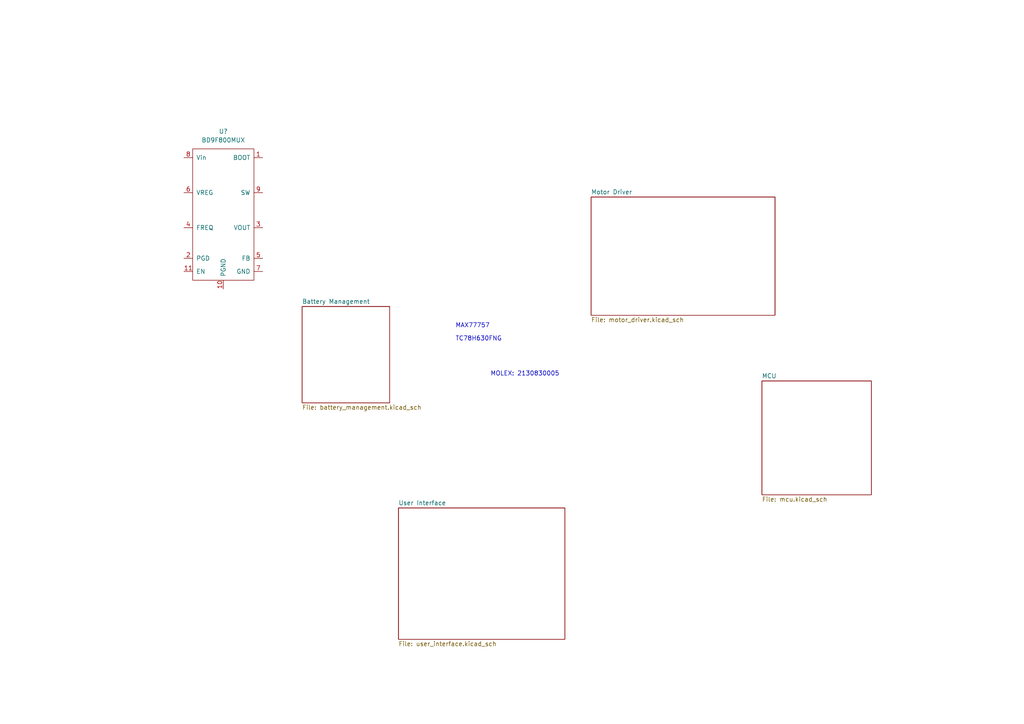
<source format=kicad_sch>
(kicad_sch (version 20211123) (generator eeschema)
  (paper "A4")
  (lib_symbols
    (symbol "310_smps_buck:BD9F800MUX" (pin_names (offset 1.016))
      (property "Reference" "U" (at 0 20.32 0))
      (property "Value" "BD9F800MUX" (at 0 11.43 90))
      (symbol "BD9F800MUX_0_1"
        (rectangle (start -8.89 20.32) (end 8.89 -17.78))
      )
      (symbol "BD9F800MUX_1_1"
        (pin power_out line (at 11.43 17.78 180) (length 2.54) (name "BOOT") (number "1"))
        (pin power_in line (at 0 -20.32 90) (length 2.54) (name "PGND") (number "10"))
        (pin input line (at -11.43 -15.24 0) (length 2.54) (name "EN") (number "11"))
        (pin output line (at -11.43 -11.43 0) (length 2.54) (name "PGD") (number "2"))
        (pin power_out line (at 11.43 -2.54 180) (length 2.54) (name "VOUT") (number "3"))
        (pin input line (at -11.43 -2.54 0) (length 2.54) (name "FREQ") (number "4"))
        (pin input line (at 11.43 -11.43 180) (length 2.54) (name "FB") (number "5"))
        (pin input line (at -11.43 7.62 0) (length 2.54) (name "VREG") (number "6"))
        (pin power_in line (at 11.43 -15.24 180) (length 2.54) (name "GND") (number "7"))
        (pin power_in line (at -11.43 17.78 0) (length 2.54) (name "Vin") (number "8"))
        (pin power_out line (at 11.43 7.62 180) (length 2.54) (name "SW") (number "9"))
      )
    )
  )
  (text "MOLEX: 2130830005" (at 142.24 109.22 0) (effects (font (size 1.27 1.27)) (justify left bottom)))
  (text "MAX77757\n" (at 132.08 95.25 0) (effects (font (size 1.27 1.27)) (justify left bottom)))
  (text "TC78H630FNG\n" (at 132.08 99.06 0) (effects (font (size 1.27 1.27)) (justify left bottom)))
  (symbol (lib_id "310_smps_buck:BD9F800MUX") (at 64.77 63.5 0) (unit 1)
    (property "Reference" "U?" (at 64.77 38.1 0))
    (property "Value" "BD9F800MUX" (at 64.77 40.64 0))
    (property "Footprint" "310_smps_buck:BD9F800MUX" (effects hide))
    (property "Datasheet" "https://fscdn.rohm.com/en/products/databook/datasheet/ic/power/switching_regulator/bd9f800mux-e.pdf" (effects hide))
  )
  (sheet (at 171.45 57.15) (size 53.34 34.29) (stroke (width 0.1524))
    (property "Sheet name" "Motor Driver" (at 171.45 56.4384 0) (effects (justify left bottom)))
    (property "Sheet file" "motor_driver.kicad_sch" (at 171.45 92.0246 0) (effects (justify left top)))
  )
  (sheet (at 87.63 88.9) (size 25.4 27.94) (stroke (width 0.1524))
    (property "Sheet name" "Battery Management" (at 87.63 88.1884 0) (effects (justify left bottom)))
    (property "Sheet file" "battery_management.kicad_sch" (at 87.63 117.4246 0) (effects (justify left top)))
  )
  (sheet (at 220.98 110.49) (size 31.75 33.02) (stroke (width 0.1524))
    (property "Sheet name" "MCU" (at 220.98 109.7784 0) (effects (justify left bottom)))
    (property "Sheet file" "mcu.kicad_sch" (at 220.98 144.0946 0) (effects (justify left top)))
  )
  (sheet (at 115.57 147.32) (size 48.26 38.1) (stroke (width 0.1524))
    (property "Sheet name" "User Interface" (at 115.57 146.6084 0) (effects (justify left bottom)))
    (property "Sheet file" "user_interface.kicad_sch" (at 115.57 186.0046 0) (effects (justify left top)))
  )
)
</source>
